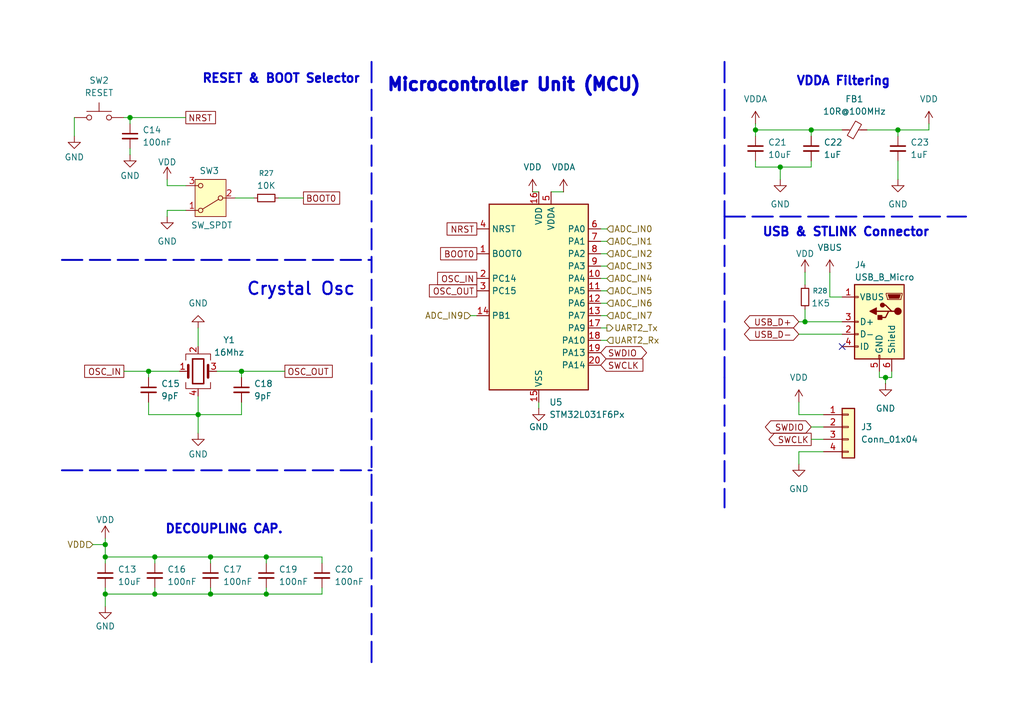
<source format=kicad_sch>
(kicad_sch (version 20250114) (generator "eeschema") (generator_version "9.0")
  (paper "A5")
  (lib_symbols
    (symbol "Connector:USB_B_Micro" (pin_names (offset 1.016))
      (property "Reference" "J" (at -5.08 11.43 0))
      (property "Value" "USB_B_Micro" (at -5.08 8.89 0))
      (symbol "USB_B_Micro_0_1"
        (rectangle (start -5.08 -7.62) (end 5.08 7.62) (stroke (width 0.254)) (fill (type background)))
        (polyline (pts (xy -4.699 5.842) (xy -4.699 5.588) (xy -4.445 4.826) (xy -4.445 4.572) (xy -1.651 4.572) (xy -1.651 4.826) (xy -1.397 5.588) (xy -1.397 5.842) (xy -4.699 5.842)))
        (polyline (pts (xy -4.318 5.588) (xy -1.778 5.588) (xy -2.032 4.826) (xy -4.064 4.826) (xy -4.318 5.588)) (fill (type outline)))
        (circle (center -3.81 2.159) (radius 0.635) (stroke (width 0.254)) (fill (type outline)))
        (polyline (pts (xy -3.175 2.159) (xy -2.54 2.159) (xy -1.27 3.429) (xy -0.635 3.429)) (stroke (width 0.254)))
        (polyline (pts (xy -2.54 2.159) (xy -1.905 2.159) (xy -1.27 0.889) (xy 0 0.889)) (stroke (width 0.254)))
        (polyline (pts (xy -1.905 2.159) (xy 0.635 2.159)) (stroke (width 0.254)))
        (circle (center -0.635 3.429) (radius 0.381) (stroke (width 0.254)) (fill (type outline)))
        (rectangle (start -0.127 -7.62) (end 0.127 -6.858))
        (rectangle (start 0.254 1.27) (end -0.508 0.508) (stroke (width 0.254)) (fill (type outline)))
        (polyline (pts (xy 0.635 2.794) (xy 0.635 1.524) (xy 1.905 2.159) (xy 0.635 2.794)) (stroke (width 0.254)) (fill (type outline)))
        (rectangle (start 5.08 4.953) (end 4.318 5.207))
        (rectangle (start 5.08 -0.127) (end 4.318 0.127))
        (rectangle (start 5.08 -2.667) (end 4.318 -2.413))
        (rectangle (start 5.08 -5.207) (end 4.318 -4.953))
      )
      (symbol "USB_B_Micro_1_1"
        (pin passive line (at -2.54 -10.16 90) (length 2.54) (name "Shield") (number "6"))
        (pin power_out line (at 0 -10.16 90) (length 2.54) (name "GND") (number "5"))
        (pin power_out line (at 7.62 5.08 180) (length 2.54) (name "VBUS") (number "1"))
        (pin bidirectional line (at 7.62 0 180) (length 2.54) (name "D+") (number "3"))
        (pin bidirectional line (at 7.62 -2.54 180) (length 2.54) (name "D-") (number "2"))
        (pin passive line (at 7.62 -5.08 180) (length 2.54) (name "ID") (number "4"))
      )
    )
    (symbol "Connector_Generic:Conn_01x04" (pin_names (offset 1.016) (hide yes))
      (property "Reference" "J" (at 0 5.08 0))
      (property "Value" "Conn_01x04" (at 0 -7.62 0))
      (symbol "Conn_01x04_1_1"
        (rectangle (start -1.27 3.81) (end 1.27 -6.35) (stroke (width 0.254)) (fill (type background)))
        (rectangle (start -1.27 2.667) (end 0 2.413) (stroke (width 0.1524)))
        (rectangle (start -1.27 0.127) (end 0 -0.127) (stroke (width 0.1524)))
        (rectangle (start -1.27 -2.413) (end 0 -2.667) (stroke (width 0.1524)))
        (rectangle (start -1.27 -4.953) (end 0 -5.207) (stroke (width 0.1524)))
        (pin passive line (at -5.08 2.54 0) (length 3.81) (name "Pin_1") (number "1"))
        (pin passive line (at -5.08 0 0) (length 3.81) (name "Pin_2") (number "2"))
        (pin passive line (at -5.08 -2.54 0) (length 3.81) (name "Pin_3") (number "3"))
        (pin passive line (at -5.08 -5.08 0) (length 3.81) (name "Pin_4") (number "4"))
      )
    )
    (symbol "Device:C_Small" (pin_numbers (hide yes)) (pin_names (offset 0.254) (hide yes))
      (property "Reference" "C" (at 0.254 1.778 0))
      (property "Value" "C_Small" (at 0.254 -2.032 0))
      (symbol "C_Small_0_1"
        (polyline (pts (xy -1.524 0.508) (xy 1.524 0.508)) (stroke (width 0.3048)))
        (polyline (pts (xy -1.524 -0.508) (xy 1.524 -0.508)) (stroke (width 0.3302)))
      )
      (symbol "C_Small_1_1"
        (pin passive line (at 0 2.54 270) (length 2.032) (name "~") (number "1"))
        (pin passive line (at 0 -2.54 90) (length 2.032) (name "~") (number "2"))
      )
    )
    (symbol "Device:Crystal_GND24" (pin_names (offset 1.016) (hide yes))
      (property "Reference" "Y" (at 3.175 5.08 0))
      (property "Value" "Crystal_GND24" (at 3.175 3.175 0))
      (symbol "Crystal_GND24_0_1"
        (polyline (pts (xy -2.54 2.286) (xy -2.54 3.556) (xy 2.54 3.556) (xy 2.54 2.286)))
        (polyline (pts (xy -2.54 0) (xy -2.032 0)))
        (polyline (pts (xy -2.54 -2.286) (xy -2.54 -3.556) (xy 2.54 -3.556) (xy 2.54 -2.286)))
        (polyline (pts (xy -2.032 -1.27) (xy -2.032 1.27)) (stroke (width 0.508)))
        (rectangle (start -1.143 2.54) (end 1.143 -2.54) (stroke (width 0.3048)))
        (polyline (pts (xy 0 3.556) (xy 0 3.81)))
        (polyline (pts (xy 0 -3.81) (xy 0 -3.556)))
        (polyline (pts (xy 2.032 0) (xy 2.54 0)))
        (polyline (pts (xy 2.032 -1.27) (xy 2.032 1.27)) (stroke (width 0.508)))
      )
      (symbol "Crystal_GND24_1_1"
        (pin passive line (at -3.81 0 0) (length 1.27) (name "1") (number "1"))
        (pin passive line (at 0 5.08 270) (length 1.27) (name "2") (number "2"))
        (pin passive line (at 0 -5.08 90) (length 1.27) (name "4") (number "4"))
        (pin passive line (at 3.81 0 180) (length 1.27) (name "3") (number "3"))
      )
    )
    (symbol "Device:FerriteBead_Small" (pin_numbers (hide yes)) (pin_names (offset 0))
      (property "Reference" "FB" (at 1.905 1.27 0))
      (property "Value" "FerriteBead_Small" (at 1.905 -1.27 0))
      (symbol "FerriteBead_Small_0_1"
        (polyline (pts (xy -1.8288 0.2794) (xy -1.1176 1.4986) (xy 1.8288 -0.2032) (xy 1.1176 -1.4224) (xy -1.8288 0.2794)))
        (polyline (pts (xy 0 0.889) (xy 0 1.2954)))
        (polyline (pts (xy 0 -1.27) (xy 0 -0.7874)))
      )
      (symbol "FerriteBead_Small_1_1"
        (pin passive line (at 0 2.54 270) (length 1.27) (name "~") (number "1"))
        (pin passive line (at 0 -2.54 90) (length 1.27) (name "~") (number "2"))
      )
    )
    (symbol "Device:R_Small" (pin_numbers (hide yes)) (pin_names (offset 0.254) (hide yes))
      (property "Reference" "R" (at 0 0 90))
      (property "Value" "R_Small" (at 1.778 0 90))
      (symbol "R_Small_0_1"
        (rectangle (start -0.762 1.778) (end 0.762 -1.778) (stroke (width 0.2032)))
      )
      (symbol "R_Small_1_1"
        (pin passive line (at 0 2.54 270) (length 0.762) (name "~") (number "1"))
        (pin passive line (at 0 -2.54 90) (length 0.762) (name "~") (number "2"))
      )
    )
    (symbol "MCU_ST_STM32L0:STM32L031F6Px"
      (property "Reference" "U" (at -10.16 21.59 0))
      (property "Value" "STM32L031F6Px" (at 5.08 21.59 0))
      (symbol "STM32L031F6Px_0_1"
        (rectangle (start -10.16 -17.78) (end 10.16 20.32) (stroke (width 0.254)) (fill (type background)))
      )
      (symbol "STM32L031F6Px_1_1"
        (pin input line (at -12.7 15.24 0) (length 2.54) (name "NRST") (number "4"))
        (pin input line (at -12.7 10.16 0) (length 2.54) (name "BOOT0") (number "1"))
        (pin bidirectional line (at -12.7 5.08 0) (length 2.54) (name "PC14") (number "2"))
        (pin bidirectional line (at -12.7 2.54 0) (length 2.54) (name "PC15") (number "3"))
        (pin bidirectional line (at -12.7 -2.54 0) (length 2.54) (name "PB1") (number "14"))
        (pin power_in line (at 0 22.86 270) (length 2.54) (name "VDD") (number "16"))
        (pin power_in line (at 0 -20.32 90) (length 2.54) (name "VSS") (number "15"))
        (pin power_in line (at 2.54 22.86 270) (length 2.54) (name "VDDA") (number "5"))
        (pin bidirectional line (at 12.7 15.24 180) (length 2.54) (name "PA0") (number "6"))
        (pin bidirectional line (at 12.7 12.7 180) (length 2.54) (name "PA1") (number "7"))
        (pin bidirectional line (at 12.7 10.16 180) (length 2.54) (name "PA2") (number "8"))
        (pin bidirectional line (at 12.7 7.62 180) (length 2.54) (name "PA3") (number "9"))
        (pin bidirectional line (at 12.7 5.08 180) (length 2.54) (name "PA4") (number "10"))
        (pin bidirectional line (at 12.7 2.54 180) (length 2.54) (name "PA5") (number "11"))
        (pin bidirectional line (at 12.7 0 180) (length 2.54) (name "PA6") (number "12"))
        (pin bidirectional line (at 12.7 -2.54 180) (length 2.54) (name "PA7") (number "13"))
        (pin bidirectional line (at 12.7 -5.08 180) (length 2.54) (name "PA9") (number "17"))
        (pin bidirectional line (at 12.7 -7.62 180) (length 2.54) (name "PA10") (number "18"))
        (pin bidirectional line (at 12.7 -10.16 180) (length 2.54) (name "PA13") (number "19"))
        (pin bidirectional line (at 12.7 -12.7 180) (length 2.54) (name "PA14") (number "20"))
      )
    )
    (symbol "Switch:SW_Push" (pin_numbers (hide yes)) (pin_names (offset 1.016) (hide yes))
      (property "Reference" "SW" (at 1.27 2.54 0))
      (property "Value" "SW_Push" (at 0 -1.524 0))
      (symbol "SW_Push_0_1"
        (circle (center -2.032 0) (radius 0.508))
        (polyline (pts (xy 0 1.27) (xy 0 3.048)))
        (circle (center 2.032 0) (radius 0.508))
        (polyline (pts (xy 2.54 1.27) (xy -2.54 1.27)))
        (pin passive line (at -5.08 0 0) (length 2.54) (name "1") (number "1"))
        (pin passive line (at 5.08 0 180) (length 2.54) (name "2") (number "2"))
      )
    )
    (symbol "Switch:SW_SPDT" (pin_names (offset 0) (hide yes))
      (property "Reference" "SW" (at 0 5.08 0))
      (property "Value" "SW_SPDT" (at 0 -5.08 0))
      (symbol "SW_SPDT_0_1"
        (circle (center -2.032 0) (radius 0.4572))
        (polyline (pts (xy -1.651 0.254) (xy 1.651 2.286)))
        (circle (center 2.032 2.54) (radius 0.4572))
        (circle (center 2.032 -2.54) (radius 0.4572))
      )
      (symbol "SW_SPDT_1_1"
        (rectangle (start -3.175 3.81) (end 3.175 -3.81) (fill (type background)))
        (pin passive line (at -5.08 0 0) (length 2.54) (name "B") (number "2"))
        (pin passive line (at 5.08 2.54 180) (length 2.54) (name "A") (number "1"))
        (pin passive line (at 5.08 -2.54 180) (length 2.54) (name "C") (number "3"))
      )
    )
    (symbol "power:GND" (power) (pin_numbers (hide yes)) (pin_names (offset 0) (hide yes))
      (property "Value" "GND" (at 0 -3.81 0))
      (symbol "GND_0_1"
        (polyline (pts (xy 0 0) (xy 0 -1.27) (xy 1.27 -1.27) (xy 0 -2.54) (xy -1.27 -1.27) (xy 0 -1.27)))
      )
      (symbol "GND_1_1"
        (pin power_in line (at 0 0 270) (length 0) (name "~") (number "1"))
      )
    )
    (symbol "power:VBUS" (power) (pin_numbers (hide yes)) (pin_names (offset 0) (hide yes))
      (property "Value" "VBUS" (at 0 3.556 0))
      (symbol "VBUS_0_1"
        (polyline (pts (xy -0.762 1.27) (xy 0 2.54)))
        (polyline (pts (xy 0 2.54) (xy 0.762 1.27)))
        (polyline (pts (xy 0 0) (xy 0 2.54)))
      )
      (symbol "VBUS_1_1"
        (pin power_in line (at 0 0 90) (length 0) (name "~") (number "1"))
      )
    )
    (symbol "power:VDD" (power) (pin_numbers (hide yes)) (pin_names (offset 0) (hide yes))
      (property "Value" "VDD" (at 0 3.556 0))
      (symbol "VDD_0_1"
        (polyline (pts (xy -0.762 1.27) (xy 0 2.54)))
        (polyline (pts (xy 0 2.54) (xy 0.762 1.27)))
        (polyline (pts (xy 0 0) (xy 0 2.54)))
      )
      (symbol "VDD_1_1"
        (pin power_in line (at 0 0 90) (length 0) (name "~") (number "1"))
      )
    )
    (symbol "power:VDDA" (power) (pin_numbers (hide yes)) (pin_names (offset 0) (hide yes))
      (property "Value" "VDDA" (at 0 3.556 0))
      (symbol "VDDA_0_1"
        (polyline (pts (xy -0.762 1.27) (xy 0 2.54)))
        (polyline (pts (xy 0 2.54) (xy 0.762 1.27)))
        (polyline (pts (xy 0 0) (xy 0 2.54)))
      )
      (symbol "VDDA_1_1"
        (pin power_in line (at 0 0 90) (length 0) (name "~") (number "1"))
      )
    )
  )
  (text "VDDA Filtering" (at 172.974 16.764 0) (effects (font (size 1.778 1.778) (thickness 0.4064) (bold yes))))
  (text "Crystal Osc\n" (at 61.722 59.436 0) (effects (font (size 2.54 2.54) (thickness 0.4064) (bold yes))))
  (text "DECOUPLING CAP.\n" (at 45.974 108.712 0) (effects (font (size 1.778 1.778) (thickness 0.4064) (bold yes))))
  (text "RESET & BOOT Selector" (at 57.658 16.256 0) (effects (font (size 1.778 1.778) (thickness 0.4064) (bold yes))))
  (text "Microcontroller Unit (MCU)" (at 105.41 17.526 0) (effects (font (size 2.54 2.54) (thickness 0.762) (bold yes))))
  (text "USB & STLINK Connector" (at 173.482 47.752 0) (effects (font (size 1.778 1.778) (thickness 0.4064) (bold yes))))
  (junction (at 40.64 85.09))
  (junction (at 54.61 114.3))
  (junction (at 43.18 114.3))
  (junction (at 184.15 26.67))
  (junction (at 165.1 66.04))
  (junction (at 31.75 121.92))
  (junction (at 30.48 76.2))
  (junction (at 160.02 34.29))
  (junction (at 21.59 111.76))
  (junction (at 26.67 24.13))
  (junction (at 166.37 26.67))
  (junction (at 154.94 26.67))
  (junction (at 21.59 121.92))
  (junction (at 54.61 121.92))
  (junction (at 43.18 121.92))
  (junction (at 21.59 114.3))
  (junction (at 31.75 114.3))
  (junction (at 49.53 76.2))
  (junction (at 181.61 77.47))
  (no_connect (at 172.72 71.12))
  (wire (pts (xy 66.04 114.3) (xy 66.04 115.57)))
  (wire (pts (xy 124.46 64.77) (xy 123.19 64.77)))
  (wire (pts (xy 154.94 27.94) (xy 154.94 26.67)))
  (polyline (pts (xy 148.59 77.47) (xy 148.59 104.14)) (stroke (width 0.381) (type dash)))
  (wire (pts (xy 124.46 67.31) (xy 123.19 67.31)))
  (wire (pts (xy 154.94 26.67) (xy 154.94 25.4)))
  (wire (pts (xy 177.8 26.67) (xy 184.15 26.67)))
  (wire (pts (xy 19.05 111.76) (xy 21.59 111.76)))
  (wire (pts (xy 34.29 38.1) (xy 38.1 38.1)))
  (wire (pts (xy 15.24 24.13) (xy 15.24 27.94)))
  (wire (pts (xy 31.75 121.92) (xy 31.75 120.65)))
  (polyline (pts (xy 12.7 96.52) (xy 76.2 96.52)) (stroke (width 0.381) (type dash)))
  (wire (pts (xy 154.94 34.29) (xy 154.94 33.02)))
  (polyline (pts (xy 76.2 12.7) (xy 76.2 53.34)) (stroke (width 0.381) (type dash)))
  (wire (pts (xy 34.29 44.45) (xy 34.29 43.18)))
  (wire (pts (xy 96.52 64.77) (xy 97.79 64.77)))
  (wire (pts (xy 21.59 111.76) (xy 21.59 114.3)))
  (wire (pts (xy 25.4 24.13) (xy 26.67 24.13)))
  (wire (pts (xy 163.83 85.09) (xy 168.91 85.09)))
  (wire (pts (xy 160.02 34.29) (xy 154.94 34.29)))
  (polyline (pts (xy 12.7 53.34) (xy 76.2 53.34)) (stroke (width 0.381) (type dash)))
  (wire (pts (xy 170.18 55.88) (xy 170.18 60.96)))
  (wire (pts (xy 166.37 34.29) (xy 166.37 33.02)))
  (wire (pts (xy 180.34 76.2) (xy 180.34 77.47)))
  (wire (pts (xy 124.46 59.69) (xy 123.19 59.69)))
  (wire (pts (xy 165.1 63.5) (xy 165.1 66.04)))
  (wire (pts (xy 21.59 110.49) (xy 21.59 111.76)))
  (polyline (pts (xy 148.59 12.7) (xy 148.59 44.45)) (stroke (width 0.381) (type dash)))
  (wire (pts (xy 21.59 121.92) (xy 31.75 121.92)))
  (wire (pts (xy 43.18 121.92) (xy 43.18 120.65)))
  (wire (pts (xy 49.53 76.2) (xy 58.42 76.2)))
  (wire (pts (xy 110.49 83.82) (xy 110.49 82.55)))
  (wire (pts (xy 21.59 114.3) (xy 31.75 114.3)))
  (wire (pts (xy 163.83 82.55) (xy 163.83 85.09)))
  (wire (pts (xy 160.02 34.29) (xy 166.37 34.29)))
  (wire (pts (xy 66.04 121.92) (xy 66.04 120.65)))
  (wire (pts (xy 181.61 77.47) (xy 181.61 78.74)))
  (wire (pts (xy 31.75 114.3) (xy 43.18 114.3)))
  (wire (pts (xy 21.59 121.92) (xy 21.59 120.65)))
  (wire (pts (xy 48.26 40.64) (xy 52.07 40.64)))
  (wire (pts (xy 43.18 114.3) (xy 43.18 115.57)))
  (wire (pts (xy 165.1 55.88) (xy 165.1 58.42)))
  (wire (pts (xy 115.57 39.37) (xy 113.03 39.37)))
  (wire (pts (xy 184.15 26.67) (xy 190.5 26.67)))
  (wire (pts (xy 124.46 54.61) (xy 123.19 54.61)))
  (wire (pts (xy 54.61 114.3) (xy 54.61 115.57)))
  (wire (pts (xy 31.75 114.3) (xy 31.75 115.57)))
  (wire (pts (xy 40.64 88.9) (xy 40.64 85.09)))
  (wire (pts (xy 160.02 36.83) (xy 160.02 34.29)))
  (polyline (pts (xy 148.59 77.47) (xy 148.59 44.45)) (stroke (width 0.381) (type dash)))
  (wire (pts (xy 166.37 90.17) (xy 168.91 90.17)))
  (wire (pts (xy 124.46 46.99) (xy 123.19 46.99)))
  (wire (pts (xy 166.37 87.63) (xy 168.91 87.63)))
  (wire (pts (xy 166.37 26.67) (xy 172.72 26.67)))
  (wire (pts (xy 30.48 77.47) (xy 30.48 76.2)))
  (wire (pts (xy 21.59 121.92) (xy 21.59 124.46)))
  (wire (pts (xy 40.64 81.28) (xy 40.64 85.09)))
  (wire (pts (xy 184.15 36.83) (xy 184.15 33.02)))
  (wire (pts (xy 49.53 76.2) (xy 49.53 77.47)))
  (wire (pts (xy 43.18 114.3) (xy 54.61 114.3)))
  (wire (pts (xy 30.48 76.2) (xy 36.83 76.2)))
  (wire (pts (xy 49.53 82.55) (xy 49.53 85.09)))
  (wire (pts (xy 30.48 82.55) (xy 30.48 85.09)))
  (wire (pts (xy 43.18 121.92) (xy 54.61 121.92)))
  (wire (pts (xy 190.5 25.4) (xy 190.5 26.67)))
  (wire (pts (xy 124.46 52.07) (xy 123.19 52.07)))
  (wire (pts (xy 124.46 49.53) (xy 123.19 49.53)))
  (wire (pts (xy 163.83 95.25) (xy 163.83 92.71)))
  (wire (pts (xy 109.22 39.37) (xy 110.49 39.37)))
  (wire (pts (xy 170.18 60.96) (xy 172.72 60.96)))
  (wire (pts (xy 34.29 36.83) (xy 34.29 38.1)))
  (polyline (pts (xy 76.2 135.89) (xy 76.2 53.34)) (stroke (width 0.381) (type dash)))
  (wire (pts (xy 49.53 85.09) (xy 40.64 85.09)))
  (wire (pts (xy 124.46 69.85) (xy 123.19 69.85)))
  (wire (pts (xy 163.83 66.04) (xy 165.1 66.04)))
  (wire (pts (xy 40.64 67.31) (xy 40.64 71.12)))
  (wire (pts (xy 62.23 40.64) (xy 57.15 40.64)))
  (wire (pts (xy 154.94 26.67) (xy 166.37 26.67)))
  (wire (pts (xy 165.1 66.04) (xy 172.72 66.04)))
  (polyline (pts (xy 148.59 44.45) (xy 198.12 44.45)) (stroke (width 0.381) (type dash)))
  (wire (pts (xy 163.83 68.58) (xy 172.72 68.58)))
  (wire (pts (xy 163.83 92.71) (xy 168.91 92.71)))
  (wire (pts (xy 26.67 31.75) (xy 26.67 30.48)))
  (wire (pts (xy 54.61 121.92) (xy 54.61 120.65)))
  (wire (pts (xy 26.67 24.13) (xy 38.1 24.13)))
  (wire (pts (xy 26.67 25.4) (xy 26.67 24.13)))
  (wire (pts (xy 181.61 77.47) (xy 182.88 77.47)))
  (wire (pts (xy 184.15 27.94) (xy 184.15 26.67)))
  (wire (pts (xy 30.48 85.09) (xy 40.64 85.09)))
  (wire (pts (xy 34.29 43.18) (xy 38.1 43.18)))
  (wire (pts (xy 124.46 62.23) (xy 123.19 62.23)))
  (wire (pts (xy 31.75 121.92) (xy 43.18 121.92)))
  (wire (pts (xy 54.61 114.3) (xy 66.04 114.3)))
  (wire (pts (xy 124.46 57.15) (xy 123.19 57.15)))
  (wire (pts (xy 21.59 114.3) (xy 21.59 115.57)))
  (wire (pts (xy 25.4 76.2) (xy 30.48 76.2)))
  (wire (pts (xy 166.37 26.67) (xy 166.37 27.94)))
  (wire (pts (xy 44.45 76.2) (xy 49.53 76.2)))
  (wire (pts (xy 182.88 77.47) (xy 182.88 76.2)))
  (wire (pts (xy 180.34 77.47) (xy 181.61 77.47)))
  (wire (pts (xy 54.61 121.92) (xy 66.04 121.92)))
  (global_label "SWCLK" (shape output) (at 166.37 90.17 180) (property "Intersheetrefs" "${INTERSHEET_REFS}" (effects (hide yes))))
  (global_label "USB_D+" (shape bidirectional) (at 163.83 66.04 180) (property "Intersheetrefs" "${INTERSHEET_REFS}" (effects (hide yes))))
  (global_label "NRST" (shape passive) (at 97.79 46.99 180) (property "Intersheetrefs" "${INTERSHEET_REFS}" (effects (hide yes))))
  (global_label "OSC_IN" (shape passive) (at 25.4 76.2 180) (property "Intersheetrefs" "${INTERSHEET_REFS}" (effects (hide yes))))
  (global_label "NRST" (shape passive) (at 38.1 24.13 0) (property "Intersheetrefs" "${INTERSHEET_REFS}" (effects (hide yes))))
  (global_label "OSC_IN" (shape passive) (at 97.79 57.15 180) (property "Intersheetrefs" "${INTERSHEET_REFS}" (effects (hide yes))))
  (global_label "SWDIO" (shape bidirectional) (at 123.19 72.39 0) (property "Intersheetrefs" "${INTERSHEET_REFS}" (effects (hide yes))))
  (global_label "OSC_OUT" (shape passive) (at 97.79 59.69 180) (property "Intersheetrefs" "${INTERSHEET_REFS}" (effects (hide yes))))
  (global_label "BOOT0" (shape passive) (at 62.23 40.64 0) (property "Intersheetrefs" "${INTERSHEET_REFS}" (effects (hide yes))))
  (global_label "SWCLK" (shape input) (at 123.19 74.93 0) (property "Intersheetrefs" "${INTERSHEET_REFS}" (effects (hide yes))))
  (global_label "USB_D-" (shape bidirectional) (at 163.83 68.58 180) (property "Intersheetrefs" "${INTERSHEET_REFS}" (effects (hide yes))))
  (global_label "OSC_OUT" (shape passive) (at 58.42 76.2 0) (property "Intersheetrefs" "${INTERSHEET_REFS}" (effects (hide yes))))
  (global_label "SWDIO" (shape bidirectional) (at 166.37 87.63 180) (property "Intersheetrefs" "${INTERSHEET_REFS}" (effects (hide yes))))
  (global_label "BOOT0" (shape passive) (at 97.79 52.07 180) (property "Intersheetrefs" "${INTERSHEET_REFS}" (effects (hide yes))))
  (hierarchical_label "ADC_IN3" (shape input) (at 124.46 54.61 0))
  (hierarchical_label "ADC_IN5" (shape input) (at 124.46 59.69 0))
  (hierarchical_label "ADC_IN7" (shape input) (at 124.46 64.77 0))
  (hierarchical_label "ADC_IN6" (shape input) (at 124.46 62.23 0))
  (hierarchical_label "ADC_IN2" (shape input) (at 124.46 52.07 0))
  (hierarchical_label "ADC_IN4" (shape input) (at 124.46 57.15 0))
  (hierarchical_label "VDD" (shape input) (at 19.05 111.76 180))
  (hierarchical_label "UART2_Rx" (shape input) (at 124.46 69.85 0))
  (hierarchical_label "UART2_Tx" (shape output) (at 124.46 67.31 0))
  (hierarchical_label "ADC_IN0" (shape input) (at 124.46 46.99 0))
  (hierarchical_label "ADC_IN9" (shape input) (at 96.52 64.77 180))
  (hierarchical_label "ADC_IN1" (shape input) (at 124.46 49.53 0))
  (symbol (lib_id "power:GND") (at 160.02 36.83 0) (unit 1)
    (property "Reference" "#PWR057" (effects (hide yes)))
    (property "Value" "GND" (at 160.02 41.91 0))
    (property "Description" "Power symbol creates a global label with name \"GND\" , ground" (effects (hide yes)))
  )
  (symbol (lib_id "power:GND") (at 26.67 31.75 0) (unit 1)
    (property "Reference" "#PWR048" (effects (hide yes)))
    (property "Value" "GND" (at 26.67 36.068 0))
    (property "Description" "Power symbol creates a global label with name \"GND\" , ground" (effects (hide yes)))
  )
  (symbol (lib_id "power:GND") (at 21.59 124.46 0) (unit 1)
    (property "Reference" "#PWR047" (effects (hide yes)))
    (property "Value" "GND" (at 21.59 128.524 0))
    (property "Description" "Power symbol creates a global label with name \"GND\" , ground" (effects (hide yes)))
  )
  (symbol (lib_id "power:GND") (at 184.15 36.83 0) (unit 1)
    (property "Reference" "#PWR063" (effects (hide yes)))
    (property "Value" "GND" (at 184.15 41.91 0))
    (property "Description" "Power symbol creates a global label with name \"GND\" , ground" (effects (hide yes)))
  )
  (symbol (lib_id "power:GND") (at 181.61 78.74 0) (unit 1)
    (property "Reference" "#PWR062" (effects (hide yes)))
    (property "Value" "GND" (at 181.61 83.82 0))
    (property "Description" "Power symbol creates a global label with name \"GND\" , ground" (effects (hide yes)))
  )
  (symbol (lib_id "power:VBUS") (at 170.18 55.88 0) (unit 1)
    (property "Reference" "#PWR061" (effects (hide yes)))
    (property "Value" "VBUS" (at 170.18 50.8 0))
    (property "Description" "Power symbol creates a global label with name \"VBUS\"" (effects (hide yes)))
  )
  (symbol (lib_id "power:GND") (at 15.24 27.94 0) (unit 1)
    (property "Reference" "#PWR045" (effects (hide yes)))
    (property "Value" "GND" (at 15.24 32.258 0))
    (property "Description" "Power symbol creates a global label with name \"GND\" , ground" (effects (hide yes)))
  )
  (symbol (lib_id "Device:C_Small") (at 31.75 118.11 0) (unit 1)
    (property "Reference" "C16" (at 34.29 116.8462 0) (effects (justify left)))
    (property "Value" "100nF" (at 34.29 119.3862 0) (effects (justify left)))
    (property "Description" "Unpolarized capacitor, small symbol" (effects (hide yes)))
  )
  (symbol (lib_id "power:VDD") (at 163.83 82.55 0) (unit 1)
    (property "Reference" "#PWR058" (effects (hide yes)))
    (property "Value" "VDD" (at 163.83 77.47 0))
    (property "Description" "Power symbol creates a global label with name \"VDD\"" (effects (hide yes)))
  )
  (symbol (lib_id "power:VDD") (at 165.1 55.88 0) (unit 1)
    (property "Reference" "#PWR060" (effects (hide yes)))
    (property "Value" "VDD" (at 165.1 52.07 0))
    (property "Description" "Power symbol creates a global label with name \"VDD\"" (effects (hide yes)))
  )
  (symbol (lib_id "power:VDD") (at 34.29 36.83 0) (unit 1)
    (property "Reference" "#PWR049" (effects (hide yes)))
    (property "Value" "VDD" (at 34.29 33.274 0))
    (property "Description" "Power symbol creates a global label with name \"VDD\"" (effects (hide yes)))
  )
  (symbol (lib_id "Device:R_Small") (at 54.61 40.64 90) (unit 1)
    (property "Reference" "R27" (at 54.61 35.56 90) (effects (font (size 1.016 1.016))))
    (property "Value" "10K" (at 54.61 38.1 90))
    (property "Description" "Resistor, small symbol" (effects (hide yes)))
  )
  (symbol (lib_id "power:GND") (at 40.64 67.31 180) (unit 1)
    (property "Reference" "#PWR051" (effects (hide yes)))
    (property "Value" "GND" (at 40.64 62.23 0))
    (property "Description" "Power symbol creates a global label with name \"GND\" , ground" (effects (hide yes)))
  )
  (symbol (lib_id "power:GND") (at 163.83 95.25 0) (unit 1)
    (property "Reference" "#PWR059" (effects (hide yes)))
    (property "Value" "GND" (at 163.83 100.33 0))
    (property "Description" "Power symbol creates a global label with name \"GND\" , ground" (effects (hide yes)))
  )
  (symbol (lib_id "Device:C_Small") (at 43.18 118.11 0) (unit 1)
    (property "Reference" "C17" (at 45.72 116.8462 0) (effects (justify left)))
    (property "Value" "100nF" (at 45.72 119.3862 0) (effects (justify left)))
    (property "Description" "Unpolarized capacitor, small symbol" (effects (hide yes)))
  )
  (symbol (lib_id "Device:C_Small") (at 184.15 30.48 0) (unit 1)
    (property "Reference" "C23" (at 186.69 29.2162 0) (effects (justify left)))
    (property "Value" "1uF" (at 186.69 31.7562 0) (effects (justify left)))
    (property "Description" "Unpolarized capacitor, small symbol" (effects (hide yes)))
  )
  (symbol (lib_id "power:VDD") (at 109.22 39.37 0) (unit 1)
    (property "Reference" "#PWR053" (effects (hide yes)))
    (property "Value" "VDD" (at 109.22 34.29 0))
    (property "Description" "Power symbol creates a global label with name \"VDD\"" (effects (hide yes)))
  )
  (symbol (lib_id "Device:C_Small") (at 21.59 118.11 0) (unit 1)
    (property "Reference" "C13" (at 24.13 116.8462 0) (effects (justify left)))
    (property "Value" "10uF" (at 24.13 119.3862 0) (effects (justify left)))
    (property "Description" "Unpolarized capacitor, small symbol" (effects (hide yes)))
  )
  (symbol (lib_id "Device:C_Small") (at 154.94 30.48 0) (unit 1)
    (property "Reference" "C21" (at 157.48 29.2162 0) (effects (justify left)))
    (property "Value" "10uF" (at 157.48 31.7562 0) (effects (justify left)))
    (property "Description" "Unpolarized capacitor, small symbol" (effects (hide yes)))
  )
  (symbol (lib_id "power:VDD") (at 190.5 25.4 0) (unit 1)
    (property "Reference" "#PWR064" (effects (hide yes)))
    (property "Value" "VDD" (at 190.5 20.32 0))
    (property "Description" "Power symbol creates a global label with name \"VDD\"" (effects (hide yes)))
  )
  (symbol (lib_id "power:GND") (at 40.64 88.9 0) (unit 1)
    (property "Reference" "#PWR052" (effects (hide yes)))
    (property "Value" "GND" (at 40.64 93.218 0))
    (property "Description" "Power symbol creates a global label with name \"GND\" , ground" (effects (hide yes)))
  )
  (symbol (lib_id "power:GND") (at 110.49 83.82 0) (unit 1)
    (property "Reference" "#PWR054" (effects (hide yes)))
    (property "Value" "GND" (at 110.49 87.63 0))
    (property "Description" "Power symbol creates a global label with name \"GND\" , ground" (effects (hide yes)))
  )
  (symbol (lib_id "Device:C_Small") (at 26.67 27.94 0) (unit 1)
    (property "Reference" "C14" (at 29.21 26.6762 0) (effects (justify left)))
    (property "Value" "100nF" (at 29.21 29.2162 0) (effects (justify left)))
    (property "Description" "Unpolarized capacitor, small symbol" (effects (hide yes)))
  )
  (symbol (lib_id "Device:Crystal_GND24") (at 40.64 76.2 0) (unit 1)
    (property "Reference" "Y1" (at 46.99 69.7798 0))
    (property "Value" "16Mhz" (at 46.99 72.3198 0))
    (property "Description" "Four pin crystal, GND on pins 2 and 4" (effects (hide yes)))
  )
  (symbol (lib_id "MCU_ST_STM32L0:STM32L031F6Px") (at 110.49 62.23 0) (unit 1)
    (property "Reference" "U5" (at 112.6333 82.55 0) (effects (justify left)))
    (property "Value" "STM32L031F6Px" (at 112.6333 85.09 0) (effects (justify left)))
    (property "Footprint" "Package_SO:TSSOP-20_4.4x6.5mm_P0.65mm" (effects (hide yes)))
    (property "Datasheet" "https://www.st.com/resource/en/datasheet/stm32l031f6.pdf" (effects (hide yes)))
    (property "Description" "STMicroelectronics Arm Cortex-M0+ MCU, 32KB flash, 8KB RAM, 32 MHz, 1.65-3.6V, 15 GPIO, TSSOP20" (effects (hide yes)))
  )
  (symbol (lib_id "power:GND") (at 34.29 44.45 0) (unit 1)
    (property "Reference" "#PWR050" (effects (hide yes)))
    (property "Value" "GND" (at 34.29 49.53 0))
    (property "Description" "Power symbol creates a global label with name \"GND\" , ground" (effects (hide yes)))
  )
  (symbol (lib_id "Device:C_Small") (at 49.53 80.01 0) (unit 1)
    (property "Reference" "C18" (at 52.07 78.7462 0) (effects (justify left)))
    (property "Value" "9pF" (at 52.07 81.2862 0) (effects (justify left)))
    (property "Description" "Unpolarized capacitor, small symbol" (effects (hide yes)))
  )
  (symbol (lib_id "Connector_Generic:Conn_01x04") (at 173.99 87.63 0) (unit 1)
    (property "Reference" "J3" (at 176.53 87.6299 0) (effects (justify left)))
    (property "Value" "Conn_01x04" (at 176.53 90.1699 0) (effects (justify left)))
    (property "Description" "Generic connector, single row, 01x04, script generated (kicad-library-utils/schlib/autogen/connector/)" (effects (hide yes)))
  )
  (symbol (lib_id "Switch:SW_SPDT") (at 43.18 40.64 180) (unit 1)
    (property "Reference" "SW3" (at 42.926 35.052 0))
    (property "Value" "SW_SPDT" (at 43.434 46.228 0))
    (property "Description" "Switch, single pole double throw" (effects (hide yes)))
  )
  (symbol (lib_id "Device:R_Small") (at 165.1 60.96 0) (unit 1)
    (property "Reference" "R28" (at 166.624 59.69 0) (effects (font (size 1.016 1.016)) (justify left)))
    (property "Value" "1K5" (at 166.37 62.23 0) (effects (justify left)))
    (property "Description" "Resistor, small symbol" (effects (hide yes)))
  )
  (symbol (lib_id "Device:FerriteBead_Small") (at 175.26 26.67 90) (unit 1)
    (property "Reference" "FB1" (at 175.2219 20.32 90))
    (property "Value" "10R@100MHz" (at 175.2219 22.86 90))
    (property "Description" "Ferrite bead, small symbol" (effects (hide yes)))
  )
  (symbol (lib_id "Device:C_Small") (at 30.48 80.01 0) (unit 1)
    (property "Reference" "C15" (at 33.02 78.7462 0) (effects (justify left)))
    (property "Value" "9pF" (at 33.02 81.2862 0) (effects (justify left)))
    (property "Description" "Unpolarized capacitor, small symbol" (effects (hide yes)))
  )
  (symbol (lib_id "Connector:USB_B_Micro") (at 180.34 66.04 0) (mirror y) (unit 1)
    (property "Reference" "J4" (at 175.26 54.356 0) (effects (justify right)))
    (property "Value" "USB_B_Micro" (at 175.26 56.896 0) (effects (justify right)))
    (property "Description" "USB Micro Type B connector" (effects (hide yes)))
  )
  (symbol (lib_id "Device:C_Small") (at 166.37 30.48 0) (unit 1)
    (property "Reference" "C22" (at 168.91 29.2162 0) (effects (justify left)))
    (property "Value" "1uF" (at 168.91 31.7562 0) (effects (justify left)))
    (property "Description" "Unpolarized capacitor, small symbol" (effects (hide yes)))
  )
  (symbol (lib_id "power:VDDA") (at 21.59 110.49 0) (unit 1)
    (property "Reference" "#PWR046" (effects (hide yes)))
    (property "Value" "VDD" (at 21.59 106.68 0))
    (property "Description" "Power symbol creates a global label with name \"VDDA\"" (effects (hide yes)))
  )
  (symbol (lib_id "Device:C_Small") (at 54.61 118.11 0) (unit 1)
    (property "Reference" "C19" (at 57.15 116.8462 0) (effects (justify left)))
    (property "Value" "100nF" (at 57.15 119.3862 0) (effects (justify left)))
    (property "Description" "Unpolarized capacitor, small symbol" (effects (hide yes)))
  )
  (symbol (lib_id "power:VDDA") (at 115.57 39.37 0) (unit 1)
    (property "Reference" "#PWR055" (effects (hide yes)))
    (property "Value" "VDDA" (at 115.57 34.29 0))
    (property "Description" "Power symbol creates a global label with name \"VDDA\"" (effects (hide yes)))
  )
  (symbol (lib_id "power:VDDA") (at 154.94 25.4 0) (unit 1)
    (property "Reference" "#PWR056" (effects (hide yes)))
    (property "Value" "VDDA" (at 154.94 20.32 0))
    (property "Description" "Power symbol creates a global label with name \"VDDA\"" (effects (hide yes)))
  )
  (symbol (lib_id "Switch:SW_Push") (at 20.32 24.13 0) (unit 1)
    (property "Reference" "SW2" (at 20.32 16.51 0))
    (property "Value" "RESET" (at 20.32 19.05 0))
    (property "Description" "Push button switch, generic, two pins" (effects (hide yes)))
  )
  (symbol (lib_id "Device:C_Small") (at 66.04 118.11 0) (unit 1)
    (property "Reference" "C20" (at 68.58 116.8462 0) (effects (justify left)))
    (property "Value" "100nF" (at 68.58 119.3862 0) (effects (justify left)))
    (property "Description" "Unpolarized capacitor, small symbol" (effects (hide yes)))
  )
)
</source>
